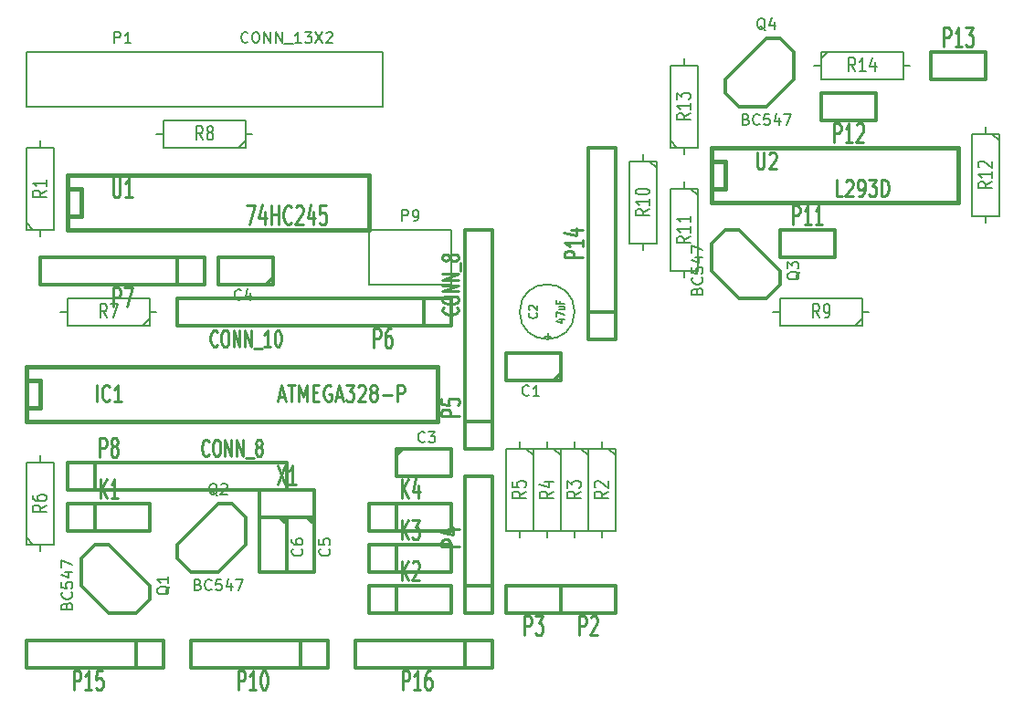
<source format=gto>
G04 (created by PCBNEW (2013-mar-13)-testing) date Sun 23 Feb 2014 05:57:38 AM GET*
%MOIN*%
G04 Gerber Fmt 3.4, Leading zero omitted, Abs format*
%FSLAX34Y34*%
G01*
G70*
G90*
G04 APERTURE LIST*
%ADD10C,0.005906*%
%ADD11C,0.012000*%
%ADD12C,0.005000*%
%ADD13C,0.015000*%
%ADD14C,0.008000*%
%ADD15C,0.007500*%
%ADD16C,0.011250*%
%ADD17C,0.010600*%
%ADD18C,0.010700*%
%ADD19C,0.010000*%
%ADD20C,0.006000*%
G04 APERTURE END LIST*
G54D10*
G54D11*
X54980Y-41500D02*
X53000Y-41500D01*
X53000Y-41500D02*
X53000Y-40500D01*
X53000Y-40500D02*
X55000Y-40500D01*
X55000Y-40500D02*
X55000Y-41500D01*
X55000Y-41250D02*
X54750Y-41500D01*
G54D12*
X55501Y-39000D02*
G75*
G03X55501Y-39000I-1001J0D01*
G74*
G01*
G54D11*
X49020Y-44000D02*
X51000Y-44000D01*
X51000Y-44000D02*
X51000Y-45000D01*
X51000Y-45000D02*
X49000Y-45000D01*
X49000Y-45000D02*
X49000Y-44000D01*
X49000Y-44250D02*
X49250Y-44000D01*
X44480Y-38000D02*
X42500Y-38000D01*
X42500Y-38000D02*
X42500Y-37000D01*
X42500Y-37000D02*
X44500Y-37000D01*
X44500Y-37000D02*
X44500Y-38000D01*
X44500Y-37750D02*
X44250Y-38000D01*
X46000Y-46520D02*
X46000Y-48500D01*
X46000Y-48500D02*
X45000Y-48500D01*
X45000Y-48500D02*
X45000Y-46500D01*
X45000Y-46500D02*
X46000Y-46500D01*
X45750Y-46500D02*
X46000Y-46750D01*
X45000Y-46520D02*
X45000Y-48500D01*
X45000Y-48500D02*
X44000Y-48500D01*
X44000Y-48500D02*
X44000Y-46500D01*
X44000Y-46500D02*
X45000Y-46500D01*
X44750Y-46500D02*
X45000Y-46750D01*
G54D13*
X35500Y-41000D02*
X50500Y-41000D01*
X50500Y-41000D02*
X50500Y-43000D01*
X50500Y-43000D02*
X35500Y-43000D01*
X35500Y-43000D02*
X35500Y-41000D01*
X35500Y-41500D02*
X36000Y-41500D01*
X36000Y-41500D02*
X36000Y-42500D01*
X36000Y-42500D02*
X35500Y-42500D01*
G54D11*
X37000Y-47000D02*
X37000Y-46000D01*
X37000Y-46000D02*
X40000Y-46000D01*
X40000Y-46000D02*
X40000Y-47000D01*
X40000Y-47000D02*
X37000Y-47000D01*
X38000Y-46000D02*
X38000Y-47000D01*
X48000Y-50000D02*
X48000Y-49000D01*
X48000Y-49000D02*
X51000Y-49000D01*
X51000Y-49000D02*
X51000Y-50000D01*
X51000Y-50000D02*
X48000Y-50000D01*
X49000Y-49000D02*
X49000Y-50000D01*
X48000Y-48500D02*
X48000Y-47500D01*
X48000Y-47500D02*
X51000Y-47500D01*
X51000Y-47500D02*
X51000Y-48500D01*
X51000Y-48500D02*
X48000Y-48500D01*
X49000Y-47500D02*
X49000Y-48500D01*
X48000Y-47000D02*
X48000Y-46000D01*
X48000Y-46000D02*
X51000Y-46000D01*
X51000Y-46000D02*
X51000Y-47000D01*
X51000Y-47000D02*
X48000Y-47000D01*
X49000Y-46000D02*
X49000Y-47000D01*
G54D14*
X35500Y-31500D02*
X48500Y-31500D01*
X48500Y-29500D02*
X35500Y-29500D01*
X35500Y-29500D02*
X35500Y-31500D01*
X48500Y-31500D02*
X48500Y-29500D01*
G54D11*
X57000Y-49000D02*
X57000Y-50000D01*
X57000Y-50000D02*
X55000Y-50000D01*
X55000Y-50000D02*
X55000Y-49000D01*
X55000Y-49000D02*
X57000Y-49000D01*
X55000Y-49000D02*
X55000Y-50000D01*
X55000Y-50000D02*
X53000Y-50000D01*
X53000Y-50000D02*
X53000Y-49000D01*
X53000Y-49000D02*
X55000Y-49000D01*
X52500Y-50000D02*
X51500Y-50000D01*
X51500Y-50000D02*
X51500Y-45000D01*
X51500Y-45000D02*
X52500Y-45000D01*
X52500Y-45000D02*
X52500Y-50000D01*
X52500Y-49000D02*
X51500Y-49000D01*
X51500Y-44000D02*
X51500Y-36000D01*
X51500Y-36000D02*
X52500Y-36000D01*
X52500Y-36000D02*
X52500Y-44000D01*
X52500Y-44000D02*
X51500Y-44000D01*
X52500Y-43000D02*
X51500Y-43000D01*
X51000Y-38500D02*
X51000Y-39500D01*
X51000Y-39500D02*
X41000Y-39500D01*
X41000Y-39500D02*
X41000Y-38500D01*
X41000Y-38500D02*
X51000Y-38500D01*
X50000Y-38500D02*
X50000Y-39500D01*
X42000Y-37000D02*
X42000Y-38000D01*
X42000Y-38000D02*
X36000Y-38000D01*
X36000Y-38000D02*
X36000Y-37000D01*
X36000Y-37000D02*
X42000Y-37000D01*
X41000Y-37000D02*
X41000Y-38000D01*
X37000Y-44500D02*
X45000Y-44500D01*
X45000Y-44500D02*
X45000Y-45500D01*
X45000Y-45500D02*
X37000Y-45500D01*
X37000Y-45500D02*
X37000Y-44500D01*
X38000Y-45500D02*
X38000Y-44500D01*
G54D14*
X51000Y-38000D02*
X48000Y-38000D01*
X48000Y-36000D02*
X51000Y-36000D01*
X51000Y-36000D02*
X51000Y-38000D01*
X48000Y-38000D02*
X48000Y-36000D01*
G54D11*
X46500Y-51000D02*
X46500Y-52000D01*
X46500Y-52000D02*
X41500Y-52000D01*
X41500Y-52000D02*
X41500Y-51000D01*
X41500Y-51000D02*
X46500Y-51000D01*
X45500Y-51000D02*
X45500Y-52000D01*
X63000Y-37000D02*
X63000Y-36000D01*
X63000Y-36000D02*
X65000Y-36000D01*
X65000Y-36000D02*
X65000Y-37000D01*
X65000Y-37000D02*
X63000Y-37000D01*
X66500Y-31000D02*
X66500Y-32000D01*
X66500Y-32000D02*
X64500Y-32000D01*
X64500Y-32000D02*
X64500Y-31000D01*
X64500Y-31000D02*
X66500Y-31000D01*
X68500Y-30500D02*
X68500Y-29500D01*
X68500Y-29500D02*
X70500Y-29500D01*
X70500Y-29500D02*
X70500Y-30500D01*
X70500Y-30500D02*
X68500Y-30500D01*
X56000Y-40000D02*
X56000Y-40000D01*
X56000Y-40000D02*
X56000Y-33000D01*
X56000Y-33000D02*
X57000Y-33000D01*
X57000Y-33000D02*
X57000Y-40000D01*
X57000Y-40000D02*
X56000Y-40000D01*
X57000Y-39000D02*
X57000Y-39000D01*
X57000Y-39000D02*
X56000Y-39000D01*
X40500Y-51000D02*
X40500Y-52000D01*
X40500Y-52000D02*
X35500Y-52000D01*
X35500Y-52000D02*
X35500Y-51000D01*
X35500Y-51000D02*
X40500Y-51000D01*
X39500Y-51000D02*
X39500Y-52000D01*
X52500Y-51000D02*
X52500Y-52000D01*
X52500Y-52000D02*
X47500Y-52000D01*
X47500Y-52000D02*
X47500Y-51000D01*
X47500Y-51000D02*
X52500Y-51000D01*
X51500Y-51000D02*
X51500Y-52000D01*
X40000Y-49000D02*
X38500Y-47500D01*
X38500Y-47500D02*
X38000Y-47500D01*
X38000Y-47500D02*
X37500Y-48000D01*
X37500Y-48000D02*
X37500Y-49000D01*
X37500Y-49000D02*
X38500Y-50000D01*
X38500Y-50000D02*
X39500Y-50000D01*
X39500Y-50000D02*
X40000Y-49500D01*
X40000Y-49500D02*
X40000Y-49000D01*
X42500Y-46000D02*
X41000Y-47500D01*
X41000Y-47500D02*
X41000Y-48000D01*
X41000Y-48000D02*
X41500Y-48500D01*
X41500Y-48500D02*
X42500Y-48500D01*
X42500Y-48500D02*
X43500Y-47500D01*
X43500Y-47500D02*
X43500Y-46500D01*
X43500Y-46500D02*
X43000Y-46000D01*
X43000Y-46000D02*
X42500Y-46000D01*
X63000Y-37500D02*
X61500Y-36000D01*
X61500Y-36000D02*
X61000Y-36000D01*
X61000Y-36000D02*
X60500Y-36500D01*
X60500Y-36500D02*
X60500Y-37500D01*
X60500Y-37500D02*
X61500Y-38500D01*
X61500Y-38500D02*
X62500Y-38500D01*
X62500Y-38500D02*
X63000Y-38000D01*
X63000Y-38000D02*
X63000Y-37500D01*
X62500Y-29000D02*
X61000Y-30500D01*
X61000Y-30500D02*
X61000Y-31000D01*
X61000Y-31000D02*
X61500Y-31500D01*
X61500Y-31500D02*
X62500Y-31500D01*
X62500Y-31500D02*
X63500Y-30500D01*
X63500Y-30500D02*
X63500Y-29500D01*
X63500Y-29500D02*
X63000Y-29000D01*
X63000Y-29000D02*
X62500Y-29000D01*
G54D12*
X35750Y-36000D02*
X36500Y-36000D01*
X36500Y-36000D02*
X36500Y-33000D01*
X36500Y-33000D02*
X35500Y-33000D01*
X35500Y-33000D02*
X35500Y-36000D01*
X35500Y-36000D02*
X35750Y-36000D01*
X36000Y-36250D02*
X36000Y-36000D01*
X36000Y-33000D02*
X36000Y-32750D01*
X35750Y-36000D02*
X35500Y-35750D01*
X56750Y-44000D02*
X56000Y-44000D01*
X56000Y-44000D02*
X56000Y-47000D01*
X56000Y-47000D02*
X57000Y-47000D01*
X57000Y-47000D02*
X57000Y-44000D01*
X57000Y-44000D02*
X56750Y-44000D01*
X56500Y-43750D02*
X56500Y-44000D01*
X56500Y-47000D02*
X56500Y-47250D01*
X56750Y-44000D02*
X57000Y-44250D01*
X55750Y-44000D02*
X55000Y-44000D01*
X55000Y-44000D02*
X55000Y-47000D01*
X55000Y-47000D02*
X56000Y-47000D01*
X56000Y-47000D02*
X56000Y-44000D01*
X56000Y-44000D02*
X55750Y-44000D01*
X55500Y-43750D02*
X55500Y-44000D01*
X55500Y-47000D02*
X55500Y-47250D01*
X55750Y-44000D02*
X56000Y-44250D01*
X54750Y-44000D02*
X54000Y-44000D01*
X54000Y-44000D02*
X54000Y-47000D01*
X54000Y-47000D02*
X55000Y-47000D01*
X55000Y-47000D02*
X55000Y-44000D01*
X55000Y-44000D02*
X54750Y-44000D01*
X54500Y-43750D02*
X54500Y-44000D01*
X54500Y-47000D02*
X54500Y-47250D01*
X54750Y-44000D02*
X55000Y-44250D01*
X53750Y-44000D02*
X53000Y-44000D01*
X53000Y-44000D02*
X53000Y-47000D01*
X53000Y-47000D02*
X54000Y-47000D01*
X54000Y-47000D02*
X54000Y-44000D01*
X54000Y-44000D02*
X53750Y-44000D01*
X53500Y-43750D02*
X53500Y-44000D01*
X53500Y-47000D02*
X53500Y-47250D01*
X53750Y-44000D02*
X54000Y-44250D01*
X35750Y-47500D02*
X36500Y-47500D01*
X36500Y-47500D02*
X36500Y-44500D01*
X36500Y-44500D02*
X35500Y-44500D01*
X35500Y-44500D02*
X35500Y-47500D01*
X35500Y-47500D02*
X35750Y-47500D01*
X36000Y-47750D02*
X36000Y-47500D01*
X36000Y-44500D02*
X36000Y-44250D01*
X35750Y-47500D02*
X35500Y-47250D01*
X40000Y-39250D02*
X40000Y-38500D01*
X40000Y-38500D02*
X37000Y-38500D01*
X37000Y-38500D02*
X37000Y-39500D01*
X37000Y-39500D02*
X40000Y-39500D01*
X40000Y-39500D02*
X40000Y-39250D01*
X40250Y-39000D02*
X40000Y-39000D01*
X37000Y-39000D02*
X36750Y-39000D01*
X40000Y-39250D02*
X39750Y-39500D01*
X43500Y-32750D02*
X43500Y-32000D01*
X43500Y-32000D02*
X40500Y-32000D01*
X40500Y-32000D02*
X40500Y-33000D01*
X40500Y-33000D02*
X43500Y-33000D01*
X43500Y-33000D02*
X43500Y-32750D01*
X43750Y-32500D02*
X43500Y-32500D01*
X40500Y-32500D02*
X40250Y-32500D01*
X43500Y-32750D02*
X43250Y-33000D01*
X66000Y-39250D02*
X66000Y-38500D01*
X66000Y-38500D02*
X63000Y-38500D01*
X63000Y-38500D02*
X63000Y-39500D01*
X63000Y-39500D02*
X66000Y-39500D01*
X66000Y-39500D02*
X66000Y-39250D01*
X66250Y-39000D02*
X66000Y-39000D01*
X63000Y-39000D02*
X62750Y-39000D01*
X66000Y-39250D02*
X65750Y-39500D01*
X58250Y-33500D02*
X57500Y-33500D01*
X57500Y-33500D02*
X57500Y-36500D01*
X57500Y-36500D02*
X58500Y-36500D01*
X58500Y-36500D02*
X58500Y-33500D01*
X58500Y-33500D02*
X58250Y-33500D01*
X58000Y-33250D02*
X58000Y-33500D01*
X58000Y-36500D02*
X58000Y-36750D01*
X58250Y-33500D02*
X58500Y-33750D01*
X59750Y-34500D02*
X59000Y-34500D01*
X59000Y-34500D02*
X59000Y-37500D01*
X59000Y-37500D02*
X60000Y-37500D01*
X60000Y-37500D02*
X60000Y-34500D01*
X60000Y-34500D02*
X59750Y-34500D01*
X59500Y-34250D02*
X59500Y-34500D01*
X59500Y-37500D02*
X59500Y-37750D01*
X59750Y-34500D02*
X60000Y-34750D01*
X70750Y-32500D02*
X70000Y-32500D01*
X70000Y-32500D02*
X70000Y-35500D01*
X70000Y-35500D02*
X71000Y-35500D01*
X71000Y-35500D02*
X71000Y-32500D01*
X71000Y-32500D02*
X70750Y-32500D01*
X70500Y-32250D02*
X70500Y-32500D01*
X70500Y-35500D02*
X70500Y-35750D01*
X70750Y-32500D02*
X71000Y-32750D01*
X59250Y-33000D02*
X60000Y-33000D01*
X60000Y-33000D02*
X60000Y-30000D01*
X60000Y-30000D02*
X59000Y-30000D01*
X59000Y-30000D02*
X59000Y-33000D01*
X59000Y-33000D02*
X59250Y-33000D01*
X59500Y-33250D02*
X59500Y-33000D01*
X59500Y-30000D02*
X59500Y-29750D01*
X59250Y-33000D02*
X59000Y-32750D01*
X64500Y-29750D02*
X64500Y-30500D01*
X64500Y-30500D02*
X67500Y-30500D01*
X67500Y-30500D02*
X67500Y-29500D01*
X67500Y-29500D02*
X64500Y-29500D01*
X64500Y-29500D02*
X64500Y-29750D01*
X64250Y-30000D02*
X64500Y-30000D01*
X67500Y-30000D02*
X67750Y-30000D01*
X64500Y-29750D02*
X64750Y-29500D01*
G54D13*
X37000Y-34500D02*
X37500Y-34500D01*
X37500Y-34500D02*
X37500Y-35500D01*
X37500Y-35500D02*
X37000Y-35500D01*
X37000Y-34000D02*
X48000Y-34000D01*
X48000Y-34000D02*
X48000Y-36000D01*
X48000Y-36000D02*
X37000Y-36000D01*
X37000Y-36000D02*
X37000Y-34000D01*
X60500Y-33500D02*
X60500Y-33500D01*
X60500Y-33500D02*
X61000Y-33500D01*
X61000Y-33500D02*
X61000Y-34500D01*
X61000Y-34500D02*
X60500Y-34500D01*
X60500Y-33000D02*
X69500Y-33000D01*
X69500Y-33000D02*
X69500Y-35000D01*
X69500Y-35000D02*
X60500Y-35000D01*
X60500Y-35000D02*
X60500Y-33000D01*
G54D11*
X44000Y-46500D02*
X44000Y-45500D01*
X44000Y-45500D02*
X46000Y-45500D01*
X46000Y-45500D02*
X46000Y-46500D01*
X46000Y-46500D02*
X44000Y-46500D01*
G54D14*
X53833Y-42042D02*
X53814Y-42061D01*
X53757Y-42080D01*
X53719Y-42080D01*
X53661Y-42061D01*
X53623Y-42023D01*
X53604Y-41985D01*
X53585Y-41909D01*
X53585Y-41852D01*
X53604Y-41776D01*
X53623Y-41738D01*
X53661Y-41700D01*
X53719Y-41680D01*
X53757Y-41680D01*
X53814Y-41700D01*
X53833Y-41719D01*
X54214Y-42080D02*
X53985Y-42080D01*
X54100Y-42080D02*
X54100Y-41680D01*
X54061Y-41738D01*
X54023Y-41776D01*
X53985Y-41795D01*
G54D12*
X54108Y-39050D02*
X54122Y-39064D01*
X54136Y-39107D01*
X54136Y-39135D01*
X54122Y-39178D01*
X54093Y-39207D01*
X54065Y-39221D01*
X54008Y-39235D01*
X53965Y-39235D01*
X53908Y-39221D01*
X53879Y-39207D01*
X53851Y-39178D01*
X53836Y-39135D01*
X53836Y-39107D01*
X53851Y-39064D01*
X53865Y-39050D01*
X53865Y-38935D02*
X53851Y-38921D01*
X53836Y-38892D01*
X53836Y-38821D01*
X53851Y-38792D01*
X53865Y-38778D01*
X53893Y-38764D01*
X53922Y-38764D01*
X53965Y-38778D01*
X54136Y-38950D01*
X54136Y-38764D01*
X54935Y-39291D02*
X55135Y-39291D01*
X54821Y-39351D02*
X55035Y-39410D01*
X55035Y-39255D01*
X54835Y-39184D02*
X54835Y-39017D01*
X55135Y-39125D01*
X54935Y-38815D02*
X55135Y-38815D01*
X54935Y-38922D02*
X55092Y-38922D01*
X55121Y-38910D01*
X55135Y-38886D01*
X55135Y-38851D01*
X55121Y-38827D01*
X55107Y-38815D01*
X54978Y-38613D02*
X54978Y-38696D01*
X55135Y-38696D02*
X54835Y-38696D01*
X54835Y-38577D01*
G54D15*
X54521Y-40014D02*
X54521Y-39785D01*
X54635Y-39900D02*
X54407Y-39900D01*
G54D14*
X50033Y-43742D02*
X50014Y-43761D01*
X49957Y-43780D01*
X49919Y-43780D01*
X49861Y-43761D01*
X49823Y-43723D01*
X49804Y-43685D01*
X49785Y-43609D01*
X49785Y-43552D01*
X49804Y-43476D01*
X49823Y-43438D01*
X49861Y-43400D01*
X49919Y-43380D01*
X49957Y-43380D01*
X50014Y-43400D01*
X50033Y-43419D01*
X50166Y-43380D02*
X50414Y-43380D01*
X50280Y-43533D01*
X50338Y-43533D01*
X50376Y-43552D01*
X50395Y-43571D01*
X50414Y-43609D01*
X50414Y-43704D01*
X50395Y-43742D01*
X50376Y-43761D01*
X50338Y-43780D01*
X50223Y-43780D01*
X50185Y-43761D01*
X50166Y-43742D01*
X43333Y-38542D02*
X43314Y-38561D01*
X43257Y-38580D01*
X43219Y-38580D01*
X43161Y-38561D01*
X43123Y-38523D01*
X43104Y-38485D01*
X43085Y-38409D01*
X43085Y-38352D01*
X43104Y-38276D01*
X43123Y-38238D01*
X43161Y-38200D01*
X43219Y-38180D01*
X43257Y-38180D01*
X43314Y-38200D01*
X43333Y-38219D01*
X43676Y-38314D02*
X43676Y-38580D01*
X43580Y-38161D02*
X43485Y-38447D01*
X43733Y-38447D01*
X46542Y-47666D02*
X46561Y-47685D01*
X46580Y-47742D01*
X46580Y-47780D01*
X46561Y-47838D01*
X46523Y-47876D01*
X46485Y-47895D01*
X46409Y-47914D01*
X46352Y-47914D01*
X46276Y-47895D01*
X46238Y-47876D01*
X46200Y-47838D01*
X46180Y-47780D01*
X46180Y-47742D01*
X46200Y-47685D01*
X46219Y-47666D01*
X46180Y-47304D02*
X46180Y-47495D01*
X46371Y-47514D01*
X46352Y-47495D01*
X46333Y-47457D01*
X46333Y-47361D01*
X46352Y-47323D01*
X46371Y-47304D01*
X46409Y-47285D01*
X46504Y-47285D01*
X46542Y-47304D01*
X46561Y-47323D01*
X46580Y-47361D01*
X46580Y-47457D01*
X46561Y-47495D01*
X46542Y-47514D01*
X45542Y-47666D02*
X45561Y-47685D01*
X45580Y-47742D01*
X45580Y-47780D01*
X45561Y-47838D01*
X45523Y-47876D01*
X45485Y-47895D01*
X45409Y-47914D01*
X45352Y-47914D01*
X45276Y-47895D01*
X45238Y-47876D01*
X45200Y-47838D01*
X45180Y-47780D01*
X45180Y-47742D01*
X45200Y-47685D01*
X45219Y-47666D01*
X45180Y-47323D02*
X45180Y-47399D01*
X45200Y-47438D01*
X45219Y-47457D01*
X45276Y-47495D01*
X45352Y-47514D01*
X45504Y-47514D01*
X45542Y-47495D01*
X45561Y-47476D01*
X45580Y-47438D01*
X45580Y-47361D01*
X45561Y-47323D01*
X45542Y-47304D01*
X45504Y-47285D01*
X45409Y-47285D01*
X45371Y-47304D01*
X45352Y-47323D01*
X45333Y-47361D01*
X45333Y-47438D01*
X45352Y-47476D01*
X45371Y-47495D01*
X45409Y-47514D01*
G54D16*
X38060Y-42271D02*
X38060Y-41671D01*
X38532Y-42214D02*
X38510Y-42242D01*
X38446Y-42271D01*
X38403Y-42271D01*
X38339Y-42242D01*
X38296Y-42185D01*
X38275Y-42128D01*
X38253Y-42014D01*
X38253Y-41928D01*
X38275Y-41814D01*
X38296Y-41757D01*
X38339Y-41700D01*
X38403Y-41671D01*
X38446Y-41671D01*
X38510Y-41700D01*
X38532Y-41728D01*
X38960Y-42271D02*
X38703Y-42271D01*
X38832Y-42271D02*
X38832Y-41671D01*
X38789Y-41757D01*
X38746Y-41814D01*
X38703Y-41842D01*
G54D11*
G54D16*
X44696Y-42100D02*
X44910Y-42100D01*
X44653Y-42271D02*
X44803Y-41671D01*
X44953Y-42271D01*
X45039Y-41671D02*
X45296Y-41671D01*
X45167Y-42271D02*
X45167Y-41671D01*
X45446Y-42271D02*
X45446Y-41671D01*
X45596Y-42100D01*
X45746Y-41671D01*
X45746Y-42271D01*
X45960Y-41957D02*
X46110Y-41957D01*
X46175Y-42271D02*
X45960Y-42271D01*
X45960Y-41671D01*
X46175Y-41671D01*
X46603Y-41700D02*
X46560Y-41671D01*
X46496Y-41671D01*
X46432Y-41700D01*
X46389Y-41757D01*
X46367Y-41814D01*
X46346Y-41928D01*
X46346Y-42014D01*
X46367Y-42128D01*
X46389Y-42185D01*
X46432Y-42242D01*
X46496Y-42271D01*
X46539Y-42271D01*
X46603Y-42242D01*
X46625Y-42214D01*
X46625Y-42014D01*
X46539Y-42014D01*
X46796Y-42100D02*
X47010Y-42100D01*
X46753Y-42271D02*
X46903Y-41671D01*
X47053Y-42271D01*
X47160Y-41671D02*
X47439Y-41671D01*
X47289Y-41900D01*
X47353Y-41900D01*
X47396Y-41928D01*
X47417Y-41957D01*
X47439Y-42014D01*
X47439Y-42157D01*
X47417Y-42214D01*
X47396Y-42242D01*
X47353Y-42271D01*
X47225Y-42271D01*
X47182Y-42242D01*
X47160Y-42214D01*
X47610Y-41728D02*
X47632Y-41700D01*
X47675Y-41671D01*
X47782Y-41671D01*
X47825Y-41700D01*
X47846Y-41728D01*
X47867Y-41785D01*
X47867Y-41842D01*
X47846Y-41928D01*
X47589Y-42271D01*
X47867Y-42271D01*
X48125Y-41928D02*
X48082Y-41900D01*
X48060Y-41871D01*
X48039Y-41814D01*
X48039Y-41785D01*
X48060Y-41728D01*
X48082Y-41700D01*
X48125Y-41671D01*
X48210Y-41671D01*
X48253Y-41700D01*
X48275Y-41728D01*
X48296Y-41785D01*
X48296Y-41814D01*
X48275Y-41871D01*
X48253Y-41900D01*
X48210Y-41928D01*
X48125Y-41928D01*
X48082Y-41957D01*
X48060Y-41985D01*
X48039Y-42042D01*
X48039Y-42157D01*
X48060Y-42214D01*
X48082Y-42242D01*
X48125Y-42271D01*
X48210Y-42271D01*
X48253Y-42242D01*
X48275Y-42214D01*
X48296Y-42157D01*
X48296Y-42042D01*
X48275Y-41985D01*
X48253Y-41957D01*
X48210Y-41928D01*
X48489Y-42042D02*
X48832Y-42042D01*
X49046Y-42271D02*
X49046Y-41671D01*
X49217Y-41671D01*
X49260Y-41700D01*
X49282Y-41728D01*
X49303Y-41785D01*
X49303Y-41871D01*
X49282Y-41928D01*
X49260Y-41957D01*
X49217Y-41985D01*
X49046Y-41985D01*
G54D11*
G54D17*
X38187Y-45818D02*
X38187Y-45113D01*
X38429Y-45818D02*
X38247Y-45416D01*
X38429Y-45113D02*
X38187Y-45516D01*
X38833Y-45818D02*
X38590Y-45818D01*
X38712Y-45818D02*
X38712Y-45113D01*
X38671Y-45214D01*
X38631Y-45281D01*
X38590Y-45315D01*
G54D11*
G54D17*
X49187Y-48818D02*
X49187Y-48113D01*
X49429Y-48818D02*
X49247Y-48416D01*
X49429Y-48113D02*
X49187Y-48516D01*
X49590Y-48181D02*
X49611Y-48147D01*
X49651Y-48113D01*
X49752Y-48113D01*
X49792Y-48147D01*
X49812Y-48181D01*
X49833Y-48248D01*
X49833Y-48315D01*
X49812Y-48416D01*
X49570Y-48818D01*
X49833Y-48818D01*
G54D11*
G54D17*
X49187Y-47318D02*
X49187Y-46613D01*
X49429Y-47318D02*
X49247Y-46916D01*
X49429Y-46613D02*
X49187Y-47016D01*
X49570Y-46613D02*
X49833Y-46613D01*
X49691Y-46882D01*
X49752Y-46882D01*
X49792Y-46916D01*
X49812Y-46949D01*
X49833Y-47016D01*
X49833Y-47184D01*
X49812Y-47251D01*
X49792Y-47285D01*
X49752Y-47318D01*
X49631Y-47318D01*
X49590Y-47285D01*
X49570Y-47251D01*
G54D11*
G54D17*
X49187Y-45818D02*
X49187Y-45113D01*
X49429Y-45818D02*
X49247Y-45416D01*
X49429Y-45113D02*
X49187Y-45516D01*
X49792Y-45348D02*
X49792Y-45818D01*
X49691Y-45080D02*
X49590Y-45583D01*
X49853Y-45583D01*
G54D11*
G54D14*
X38704Y-29180D02*
X38704Y-28780D01*
X38857Y-28780D01*
X38895Y-28800D01*
X38914Y-28819D01*
X38933Y-28857D01*
X38933Y-28914D01*
X38914Y-28952D01*
X38895Y-28971D01*
X38857Y-28990D01*
X38704Y-28990D01*
X39314Y-29180D02*
X39085Y-29180D01*
X39200Y-29180D02*
X39200Y-28780D01*
X39161Y-28838D01*
X39123Y-28876D01*
X39085Y-28895D01*
X43580Y-29142D02*
X43561Y-29161D01*
X43504Y-29180D01*
X43466Y-29180D01*
X43409Y-29161D01*
X43371Y-29123D01*
X43352Y-29085D01*
X43333Y-29009D01*
X43333Y-28952D01*
X43352Y-28876D01*
X43371Y-28838D01*
X43409Y-28800D01*
X43466Y-28780D01*
X43504Y-28780D01*
X43561Y-28800D01*
X43580Y-28819D01*
X43828Y-28780D02*
X43904Y-28780D01*
X43942Y-28800D01*
X43980Y-28838D01*
X44000Y-28914D01*
X44000Y-29047D01*
X43980Y-29123D01*
X43942Y-29161D01*
X43904Y-29180D01*
X43828Y-29180D01*
X43790Y-29161D01*
X43752Y-29123D01*
X43733Y-29047D01*
X43733Y-28914D01*
X43752Y-28838D01*
X43790Y-28800D01*
X43828Y-28780D01*
X44171Y-29180D02*
X44171Y-28780D01*
X44400Y-29180D01*
X44400Y-28780D01*
X44590Y-29180D02*
X44590Y-28780D01*
X44819Y-29180D01*
X44819Y-28780D01*
X44914Y-29219D02*
X45219Y-29219D01*
X45523Y-29180D02*
X45295Y-29180D01*
X45409Y-29180D02*
X45409Y-28780D01*
X45371Y-28838D01*
X45333Y-28876D01*
X45295Y-28895D01*
X45657Y-28780D02*
X45904Y-28780D01*
X45771Y-28933D01*
X45828Y-28933D01*
X45866Y-28952D01*
X45885Y-28971D01*
X45904Y-29009D01*
X45904Y-29104D01*
X45885Y-29142D01*
X45866Y-29161D01*
X45828Y-29180D01*
X45714Y-29180D01*
X45676Y-29161D01*
X45657Y-29142D01*
X46038Y-28780D02*
X46304Y-29180D01*
X46304Y-28780D02*
X46038Y-29180D01*
X46438Y-28819D02*
X46457Y-28800D01*
X46495Y-28780D01*
X46590Y-28780D01*
X46628Y-28800D01*
X46647Y-28819D01*
X46666Y-28857D01*
X46666Y-28895D01*
X46647Y-28952D01*
X46419Y-29180D01*
X46666Y-29180D01*
G54D18*
X55684Y-50808D02*
X55684Y-50127D01*
X55847Y-50127D01*
X55887Y-50159D01*
X55908Y-50191D01*
X55928Y-50256D01*
X55928Y-50354D01*
X55908Y-50418D01*
X55887Y-50451D01*
X55847Y-50483D01*
X55684Y-50483D01*
X56091Y-50191D02*
X56112Y-50159D01*
X56152Y-50127D01*
X56254Y-50127D01*
X56295Y-50159D01*
X56315Y-50191D01*
X56336Y-50256D01*
X56336Y-50321D01*
X56315Y-50418D01*
X56071Y-50808D01*
X56336Y-50808D01*
G54D11*
G54D18*
X53684Y-50808D02*
X53684Y-50127D01*
X53847Y-50127D01*
X53887Y-50159D01*
X53908Y-50191D01*
X53928Y-50256D01*
X53928Y-50354D01*
X53908Y-50418D01*
X53887Y-50451D01*
X53847Y-50483D01*
X53684Y-50483D01*
X54071Y-50127D02*
X54336Y-50127D01*
X54193Y-50386D01*
X54254Y-50386D01*
X54295Y-50418D01*
X54315Y-50451D01*
X54336Y-50516D01*
X54336Y-50678D01*
X54315Y-50743D01*
X54295Y-50775D01*
X54254Y-50808D01*
X54132Y-50808D01*
X54091Y-50775D01*
X54071Y-50743D01*
G54D11*
G54D18*
X51308Y-47565D02*
X50627Y-47565D01*
X50627Y-47402D01*
X50659Y-47362D01*
X50691Y-47341D01*
X50756Y-47321D01*
X50854Y-47321D01*
X50918Y-47341D01*
X50951Y-47362D01*
X50983Y-47402D01*
X50983Y-47565D01*
X50854Y-46954D02*
X51308Y-46954D01*
X50594Y-47056D02*
X51081Y-47158D01*
X51081Y-46893D01*
G54D11*
G54D18*
X51308Y-42815D02*
X50627Y-42815D01*
X50627Y-42652D01*
X50659Y-42612D01*
X50691Y-42591D01*
X50756Y-42571D01*
X50854Y-42571D01*
X50918Y-42591D01*
X50951Y-42612D01*
X50983Y-42652D01*
X50983Y-42815D01*
X50627Y-42184D02*
X50627Y-42387D01*
X50951Y-42408D01*
X50918Y-42387D01*
X50886Y-42347D01*
X50886Y-42245D01*
X50918Y-42204D01*
X50951Y-42184D01*
X51016Y-42163D01*
X51178Y-42163D01*
X51243Y-42184D01*
X51275Y-42204D01*
X51308Y-42245D01*
X51308Y-42347D01*
X51275Y-42387D01*
X51243Y-42408D01*
G54D11*
G54D19*
X51214Y-38847D02*
X51242Y-38866D01*
X51271Y-38923D01*
X51271Y-38961D01*
X51242Y-39019D01*
X51185Y-39057D01*
X51128Y-39076D01*
X51014Y-39095D01*
X50928Y-39095D01*
X50814Y-39076D01*
X50757Y-39057D01*
X50700Y-39019D01*
X50671Y-38961D01*
X50671Y-38923D01*
X50700Y-38866D01*
X50728Y-38847D01*
X50671Y-38599D02*
X50671Y-38523D01*
X50700Y-38485D01*
X50757Y-38447D01*
X50871Y-38428D01*
X51071Y-38428D01*
X51185Y-38447D01*
X51242Y-38485D01*
X51271Y-38523D01*
X51271Y-38599D01*
X51242Y-38638D01*
X51185Y-38676D01*
X51071Y-38695D01*
X50871Y-38695D01*
X50757Y-38676D01*
X50700Y-38638D01*
X50671Y-38599D01*
X51271Y-38257D02*
X50671Y-38257D01*
X51271Y-38028D01*
X50671Y-38028D01*
X51271Y-37838D02*
X50671Y-37838D01*
X51271Y-37609D01*
X50671Y-37609D01*
X51328Y-37514D02*
X51328Y-37209D01*
X50928Y-37057D02*
X50900Y-37095D01*
X50871Y-37114D01*
X50814Y-37133D01*
X50785Y-37133D01*
X50728Y-37114D01*
X50700Y-37095D01*
X50671Y-37057D01*
X50671Y-36980D01*
X50700Y-36942D01*
X50728Y-36923D01*
X50785Y-36904D01*
X50814Y-36904D01*
X50871Y-36923D01*
X50900Y-36942D01*
X50928Y-36980D01*
X50928Y-37057D01*
X50957Y-37095D01*
X50985Y-37114D01*
X51042Y-37133D01*
X51157Y-37133D01*
X51214Y-37114D01*
X51242Y-37095D01*
X51271Y-37057D01*
X51271Y-36980D01*
X51242Y-36942D01*
X51214Y-36923D01*
X51157Y-36904D01*
X51042Y-36904D01*
X50985Y-36923D01*
X50957Y-36942D01*
X50928Y-36980D01*
G54D11*
G54D18*
X48184Y-40308D02*
X48184Y-39627D01*
X48347Y-39627D01*
X48387Y-39659D01*
X48408Y-39691D01*
X48428Y-39756D01*
X48428Y-39854D01*
X48408Y-39918D01*
X48387Y-39951D01*
X48347Y-39983D01*
X48184Y-39983D01*
X48795Y-39627D02*
X48714Y-39627D01*
X48673Y-39659D01*
X48652Y-39691D01*
X48612Y-39789D01*
X48591Y-39918D01*
X48591Y-40178D01*
X48612Y-40243D01*
X48632Y-40275D01*
X48673Y-40308D01*
X48754Y-40308D01*
X48795Y-40275D01*
X48815Y-40243D01*
X48836Y-40178D01*
X48836Y-40016D01*
X48815Y-39951D01*
X48795Y-39918D01*
X48754Y-39886D01*
X48673Y-39886D01*
X48632Y-39918D01*
X48612Y-39951D01*
X48591Y-40016D01*
G54D11*
G54D19*
X42461Y-40214D02*
X42442Y-40242D01*
X42385Y-40271D01*
X42347Y-40271D01*
X42290Y-40242D01*
X42252Y-40185D01*
X42233Y-40128D01*
X42214Y-40014D01*
X42214Y-39928D01*
X42233Y-39814D01*
X42252Y-39757D01*
X42290Y-39700D01*
X42347Y-39671D01*
X42385Y-39671D01*
X42442Y-39700D01*
X42461Y-39728D01*
X42709Y-39671D02*
X42785Y-39671D01*
X42823Y-39700D01*
X42861Y-39757D01*
X42880Y-39871D01*
X42880Y-40071D01*
X42861Y-40185D01*
X42823Y-40242D01*
X42785Y-40271D01*
X42709Y-40271D01*
X42671Y-40242D01*
X42633Y-40185D01*
X42614Y-40071D01*
X42614Y-39871D01*
X42633Y-39757D01*
X42671Y-39700D01*
X42709Y-39671D01*
X43052Y-40271D02*
X43052Y-39671D01*
X43280Y-40271D01*
X43280Y-39671D01*
X43471Y-40271D02*
X43471Y-39671D01*
X43700Y-40271D01*
X43700Y-39671D01*
X43795Y-40328D02*
X44100Y-40328D01*
X44404Y-40271D02*
X44176Y-40271D01*
X44290Y-40271D02*
X44290Y-39671D01*
X44252Y-39757D01*
X44214Y-39814D01*
X44176Y-39842D01*
X44652Y-39671D02*
X44690Y-39671D01*
X44728Y-39700D01*
X44747Y-39728D01*
X44766Y-39785D01*
X44785Y-39900D01*
X44785Y-40042D01*
X44766Y-40157D01*
X44747Y-40214D01*
X44728Y-40242D01*
X44690Y-40271D01*
X44652Y-40271D01*
X44614Y-40242D01*
X44595Y-40214D01*
X44576Y-40157D01*
X44557Y-40042D01*
X44557Y-39900D01*
X44576Y-39785D01*
X44595Y-39728D01*
X44614Y-39700D01*
X44652Y-39671D01*
G54D11*
G54D18*
X38684Y-38808D02*
X38684Y-38127D01*
X38847Y-38127D01*
X38887Y-38159D01*
X38908Y-38191D01*
X38928Y-38256D01*
X38928Y-38354D01*
X38908Y-38418D01*
X38887Y-38451D01*
X38847Y-38483D01*
X38684Y-38483D01*
X39071Y-38127D02*
X39356Y-38127D01*
X39173Y-38808D01*
G54D11*
G54D18*
X38184Y-44308D02*
X38184Y-43627D01*
X38347Y-43627D01*
X38387Y-43659D01*
X38408Y-43691D01*
X38428Y-43756D01*
X38428Y-43854D01*
X38408Y-43918D01*
X38387Y-43951D01*
X38347Y-43983D01*
X38184Y-43983D01*
X38673Y-43918D02*
X38632Y-43886D01*
X38612Y-43854D01*
X38591Y-43789D01*
X38591Y-43756D01*
X38612Y-43691D01*
X38632Y-43659D01*
X38673Y-43627D01*
X38754Y-43627D01*
X38795Y-43659D01*
X38815Y-43691D01*
X38836Y-43756D01*
X38836Y-43789D01*
X38815Y-43854D01*
X38795Y-43886D01*
X38754Y-43918D01*
X38673Y-43918D01*
X38632Y-43951D01*
X38612Y-43983D01*
X38591Y-44048D01*
X38591Y-44178D01*
X38612Y-44243D01*
X38632Y-44275D01*
X38673Y-44308D01*
X38754Y-44308D01*
X38795Y-44275D01*
X38815Y-44243D01*
X38836Y-44178D01*
X38836Y-44048D01*
X38815Y-43983D01*
X38795Y-43951D01*
X38754Y-43918D01*
G54D11*
G54D19*
X42152Y-44214D02*
X42133Y-44242D01*
X42076Y-44271D01*
X42038Y-44271D01*
X41980Y-44242D01*
X41942Y-44185D01*
X41923Y-44128D01*
X41904Y-44014D01*
X41904Y-43928D01*
X41923Y-43814D01*
X41942Y-43757D01*
X41980Y-43700D01*
X42038Y-43671D01*
X42076Y-43671D01*
X42133Y-43700D01*
X42152Y-43728D01*
X42400Y-43671D02*
X42476Y-43671D01*
X42514Y-43700D01*
X42552Y-43757D01*
X42571Y-43871D01*
X42571Y-44071D01*
X42552Y-44185D01*
X42514Y-44242D01*
X42476Y-44271D01*
X42400Y-44271D01*
X42361Y-44242D01*
X42323Y-44185D01*
X42304Y-44071D01*
X42304Y-43871D01*
X42323Y-43757D01*
X42361Y-43700D01*
X42400Y-43671D01*
X42742Y-44271D02*
X42742Y-43671D01*
X42971Y-44271D01*
X42971Y-43671D01*
X43161Y-44271D02*
X43161Y-43671D01*
X43390Y-44271D01*
X43390Y-43671D01*
X43485Y-44328D02*
X43790Y-44328D01*
X43942Y-43928D02*
X43904Y-43900D01*
X43885Y-43871D01*
X43866Y-43814D01*
X43866Y-43785D01*
X43885Y-43728D01*
X43904Y-43700D01*
X43942Y-43671D01*
X44019Y-43671D01*
X44057Y-43700D01*
X44076Y-43728D01*
X44095Y-43785D01*
X44095Y-43814D01*
X44076Y-43871D01*
X44057Y-43900D01*
X44019Y-43928D01*
X43942Y-43928D01*
X43904Y-43957D01*
X43885Y-43985D01*
X43866Y-44042D01*
X43866Y-44157D01*
X43885Y-44214D01*
X43904Y-44242D01*
X43942Y-44271D01*
X44019Y-44271D01*
X44057Y-44242D01*
X44076Y-44214D01*
X44095Y-44157D01*
X44095Y-44042D01*
X44076Y-43985D01*
X44057Y-43957D01*
X44019Y-43928D01*
G54D11*
G54D14*
X49204Y-35680D02*
X49204Y-35280D01*
X49357Y-35280D01*
X49395Y-35300D01*
X49414Y-35319D01*
X49433Y-35357D01*
X49433Y-35414D01*
X49414Y-35452D01*
X49395Y-35471D01*
X49357Y-35490D01*
X49204Y-35490D01*
X49623Y-35680D02*
X49700Y-35680D01*
X49738Y-35661D01*
X49757Y-35642D01*
X49795Y-35585D01*
X49814Y-35509D01*
X49814Y-35357D01*
X49795Y-35319D01*
X49776Y-35300D01*
X49738Y-35280D01*
X49661Y-35280D01*
X49623Y-35300D01*
X49604Y-35319D01*
X49585Y-35357D01*
X49585Y-35452D01*
X49604Y-35490D01*
X49623Y-35509D01*
X49661Y-35528D01*
X49738Y-35528D01*
X49776Y-35509D01*
X49795Y-35490D01*
X49814Y-35452D01*
G54D18*
X43230Y-52808D02*
X43230Y-52127D01*
X43393Y-52127D01*
X43434Y-52159D01*
X43454Y-52191D01*
X43474Y-52256D01*
X43474Y-52354D01*
X43454Y-52418D01*
X43434Y-52451D01*
X43393Y-52483D01*
X43230Y-52483D01*
X43882Y-52808D02*
X43637Y-52808D01*
X43760Y-52808D02*
X43760Y-52127D01*
X43719Y-52224D01*
X43678Y-52289D01*
X43637Y-52321D01*
X44147Y-52127D02*
X44188Y-52127D01*
X44228Y-52159D01*
X44249Y-52191D01*
X44269Y-52256D01*
X44290Y-52386D01*
X44290Y-52548D01*
X44269Y-52678D01*
X44249Y-52743D01*
X44228Y-52775D01*
X44188Y-52808D01*
X44147Y-52808D01*
X44106Y-52775D01*
X44086Y-52743D01*
X44065Y-52678D01*
X44045Y-52548D01*
X44045Y-52386D01*
X44065Y-52256D01*
X44086Y-52191D01*
X44106Y-52159D01*
X44147Y-52127D01*
G54D11*
G54D18*
X63480Y-35808D02*
X63480Y-35127D01*
X63643Y-35127D01*
X63684Y-35159D01*
X63704Y-35191D01*
X63724Y-35256D01*
X63724Y-35354D01*
X63704Y-35418D01*
X63684Y-35451D01*
X63643Y-35483D01*
X63480Y-35483D01*
X64132Y-35808D02*
X63887Y-35808D01*
X64010Y-35808D02*
X64010Y-35127D01*
X63969Y-35224D01*
X63928Y-35289D01*
X63887Y-35321D01*
X64540Y-35808D02*
X64295Y-35808D01*
X64417Y-35808D02*
X64417Y-35127D01*
X64377Y-35224D01*
X64336Y-35289D01*
X64295Y-35321D01*
G54D11*
G54D18*
X64980Y-32808D02*
X64980Y-32127D01*
X65143Y-32127D01*
X65184Y-32159D01*
X65204Y-32191D01*
X65224Y-32256D01*
X65224Y-32354D01*
X65204Y-32418D01*
X65184Y-32451D01*
X65143Y-32483D01*
X64980Y-32483D01*
X65632Y-32808D02*
X65387Y-32808D01*
X65510Y-32808D02*
X65510Y-32127D01*
X65469Y-32224D01*
X65428Y-32289D01*
X65387Y-32321D01*
X65795Y-32191D02*
X65815Y-32159D01*
X65856Y-32127D01*
X65958Y-32127D01*
X65999Y-32159D01*
X66019Y-32191D01*
X66040Y-32256D01*
X66040Y-32321D01*
X66019Y-32418D01*
X65775Y-32808D01*
X66040Y-32808D01*
G54D11*
G54D18*
X68980Y-29308D02*
X68980Y-28627D01*
X69143Y-28627D01*
X69184Y-28659D01*
X69204Y-28691D01*
X69224Y-28756D01*
X69224Y-28854D01*
X69204Y-28918D01*
X69184Y-28951D01*
X69143Y-28983D01*
X68980Y-28983D01*
X69632Y-29308D02*
X69387Y-29308D01*
X69510Y-29308D02*
X69510Y-28627D01*
X69469Y-28724D01*
X69428Y-28789D01*
X69387Y-28821D01*
X69775Y-28627D02*
X70040Y-28627D01*
X69897Y-28886D01*
X69958Y-28886D01*
X69999Y-28918D01*
X70019Y-28951D01*
X70040Y-29016D01*
X70040Y-29178D01*
X70019Y-29243D01*
X69999Y-29275D01*
X69958Y-29308D01*
X69836Y-29308D01*
X69795Y-29275D01*
X69775Y-29243D01*
G54D11*
G54D18*
X55808Y-37019D02*
X55127Y-37019D01*
X55127Y-36856D01*
X55159Y-36815D01*
X55191Y-36795D01*
X55256Y-36775D01*
X55354Y-36775D01*
X55418Y-36795D01*
X55451Y-36815D01*
X55483Y-36856D01*
X55483Y-37019D01*
X55808Y-36367D02*
X55808Y-36612D01*
X55808Y-36489D02*
X55127Y-36489D01*
X55224Y-36530D01*
X55289Y-36571D01*
X55321Y-36612D01*
X55354Y-36000D02*
X55808Y-36000D01*
X55094Y-36102D02*
X55581Y-36204D01*
X55581Y-35939D01*
G54D11*
G54D18*
X37230Y-52808D02*
X37230Y-52127D01*
X37393Y-52127D01*
X37434Y-52159D01*
X37454Y-52191D01*
X37474Y-52256D01*
X37474Y-52354D01*
X37454Y-52418D01*
X37434Y-52451D01*
X37393Y-52483D01*
X37230Y-52483D01*
X37882Y-52808D02*
X37637Y-52808D01*
X37760Y-52808D02*
X37760Y-52127D01*
X37719Y-52224D01*
X37678Y-52289D01*
X37637Y-52321D01*
X38269Y-52127D02*
X38065Y-52127D01*
X38045Y-52451D01*
X38065Y-52418D01*
X38106Y-52386D01*
X38208Y-52386D01*
X38249Y-52418D01*
X38269Y-52451D01*
X38290Y-52516D01*
X38290Y-52678D01*
X38269Y-52743D01*
X38249Y-52775D01*
X38208Y-52808D01*
X38106Y-52808D01*
X38065Y-52775D01*
X38045Y-52743D01*
G54D11*
G54D18*
X49230Y-52808D02*
X49230Y-52127D01*
X49393Y-52127D01*
X49434Y-52159D01*
X49454Y-52191D01*
X49474Y-52256D01*
X49474Y-52354D01*
X49454Y-52418D01*
X49434Y-52451D01*
X49393Y-52483D01*
X49230Y-52483D01*
X49882Y-52808D02*
X49637Y-52808D01*
X49760Y-52808D02*
X49760Y-52127D01*
X49719Y-52224D01*
X49678Y-52289D01*
X49637Y-52321D01*
X50249Y-52127D02*
X50167Y-52127D01*
X50127Y-52159D01*
X50106Y-52191D01*
X50065Y-52289D01*
X50045Y-52418D01*
X50045Y-52678D01*
X50065Y-52743D01*
X50086Y-52775D01*
X50127Y-52808D01*
X50208Y-52808D01*
X50249Y-52775D01*
X50269Y-52743D01*
X50290Y-52678D01*
X50290Y-52516D01*
X50269Y-52451D01*
X50249Y-52418D01*
X50208Y-52386D01*
X50127Y-52386D01*
X50086Y-52418D01*
X50065Y-52451D01*
X50045Y-52516D01*
G54D11*
G54D14*
X40719Y-49038D02*
X40700Y-49076D01*
X40661Y-49114D01*
X40604Y-49171D01*
X40585Y-49209D01*
X40585Y-49247D01*
X40680Y-49228D02*
X40661Y-49266D01*
X40623Y-49304D01*
X40547Y-49323D01*
X40414Y-49323D01*
X40338Y-49304D01*
X40300Y-49266D01*
X40280Y-49228D01*
X40280Y-49152D01*
X40300Y-49114D01*
X40338Y-49076D01*
X40414Y-49057D01*
X40547Y-49057D01*
X40623Y-49076D01*
X40661Y-49114D01*
X40680Y-49152D01*
X40680Y-49228D01*
X40680Y-48676D02*
X40680Y-48904D01*
X40680Y-48790D02*
X40280Y-48790D01*
X40338Y-48828D01*
X40376Y-48866D01*
X40395Y-48904D01*
X36971Y-49742D02*
X36990Y-49685D01*
X37009Y-49666D01*
X37047Y-49647D01*
X37104Y-49647D01*
X37142Y-49666D01*
X37161Y-49685D01*
X37180Y-49723D01*
X37180Y-49876D01*
X36780Y-49876D01*
X36780Y-49742D01*
X36800Y-49704D01*
X36819Y-49685D01*
X36857Y-49666D01*
X36895Y-49666D01*
X36933Y-49685D01*
X36952Y-49704D01*
X36971Y-49742D01*
X36971Y-49876D01*
X37142Y-49247D02*
X37161Y-49266D01*
X37180Y-49323D01*
X37180Y-49361D01*
X37161Y-49419D01*
X37123Y-49457D01*
X37085Y-49476D01*
X37009Y-49495D01*
X36952Y-49495D01*
X36876Y-49476D01*
X36838Y-49457D01*
X36800Y-49419D01*
X36780Y-49361D01*
X36780Y-49323D01*
X36800Y-49266D01*
X36819Y-49247D01*
X36780Y-48885D02*
X36780Y-49076D01*
X36971Y-49095D01*
X36952Y-49076D01*
X36933Y-49038D01*
X36933Y-48942D01*
X36952Y-48904D01*
X36971Y-48885D01*
X37009Y-48866D01*
X37104Y-48866D01*
X37142Y-48885D01*
X37161Y-48904D01*
X37180Y-48942D01*
X37180Y-49038D01*
X37161Y-49076D01*
X37142Y-49095D01*
X36914Y-48523D02*
X37180Y-48523D01*
X36761Y-48619D02*
X37047Y-48714D01*
X37047Y-48466D01*
X36780Y-48352D02*
X36780Y-48085D01*
X37180Y-48257D01*
X42461Y-45719D02*
X42423Y-45700D01*
X42385Y-45661D01*
X42328Y-45604D01*
X42290Y-45585D01*
X42252Y-45585D01*
X42271Y-45680D02*
X42233Y-45661D01*
X42195Y-45623D01*
X42176Y-45547D01*
X42176Y-45414D01*
X42195Y-45338D01*
X42233Y-45300D01*
X42271Y-45280D01*
X42347Y-45280D01*
X42385Y-45300D01*
X42423Y-45338D01*
X42442Y-45414D01*
X42442Y-45547D01*
X42423Y-45623D01*
X42385Y-45661D01*
X42347Y-45680D01*
X42271Y-45680D01*
X42595Y-45319D02*
X42614Y-45300D01*
X42652Y-45280D01*
X42747Y-45280D01*
X42785Y-45300D01*
X42804Y-45319D01*
X42823Y-45357D01*
X42823Y-45395D01*
X42804Y-45452D01*
X42576Y-45680D01*
X42823Y-45680D01*
X41757Y-48971D02*
X41814Y-48990D01*
X41833Y-49009D01*
X41852Y-49047D01*
X41852Y-49104D01*
X41833Y-49142D01*
X41814Y-49161D01*
X41776Y-49180D01*
X41623Y-49180D01*
X41623Y-48780D01*
X41757Y-48780D01*
X41795Y-48800D01*
X41814Y-48819D01*
X41833Y-48857D01*
X41833Y-48895D01*
X41814Y-48933D01*
X41795Y-48952D01*
X41757Y-48971D01*
X41623Y-48971D01*
X42252Y-49142D02*
X42233Y-49161D01*
X42176Y-49180D01*
X42138Y-49180D01*
X42080Y-49161D01*
X42042Y-49123D01*
X42023Y-49085D01*
X42004Y-49009D01*
X42004Y-48952D01*
X42023Y-48876D01*
X42042Y-48838D01*
X42080Y-48800D01*
X42138Y-48780D01*
X42176Y-48780D01*
X42233Y-48800D01*
X42252Y-48819D01*
X42614Y-48780D02*
X42423Y-48780D01*
X42404Y-48971D01*
X42423Y-48952D01*
X42461Y-48933D01*
X42557Y-48933D01*
X42595Y-48952D01*
X42614Y-48971D01*
X42633Y-49009D01*
X42633Y-49104D01*
X42614Y-49142D01*
X42595Y-49161D01*
X42557Y-49180D01*
X42461Y-49180D01*
X42423Y-49161D01*
X42404Y-49142D01*
X42976Y-48914D02*
X42976Y-49180D01*
X42880Y-48761D02*
X42785Y-49047D01*
X43033Y-49047D01*
X43147Y-48780D02*
X43414Y-48780D01*
X43242Y-49180D01*
X63719Y-37538D02*
X63700Y-37576D01*
X63661Y-37614D01*
X63604Y-37671D01*
X63585Y-37709D01*
X63585Y-37747D01*
X63680Y-37728D02*
X63661Y-37766D01*
X63623Y-37804D01*
X63547Y-37823D01*
X63414Y-37823D01*
X63338Y-37804D01*
X63300Y-37766D01*
X63280Y-37728D01*
X63280Y-37652D01*
X63300Y-37614D01*
X63338Y-37576D01*
X63414Y-37557D01*
X63547Y-37557D01*
X63623Y-37576D01*
X63661Y-37614D01*
X63680Y-37652D01*
X63680Y-37728D01*
X63280Y-37423D02*
X63280Y-37176D01*
X63433Y-37309D01*
X63433Y-37252D01*
X63452Y-37214D01*
X63471Y-37195D01*
X63509Y-37176D01*
X63604Y-37176D01*
X63642Y-37195D01*
X63661Y-37214D01*
X63680Y-37252D01*
X63680Y-37366D01*
X63661Y-37404D01*
X63642Y-37423D01*
X59971Y-38242D02*
X59990Y-38185D01*
X60009Y-38166D01*
X60047Y-38147D01*
X60104Y-38147D01*
X60142Y-38166D01*
X60161Y-38185D01*
X60180Y-38223D01*
X60180Y-38376D01*
X59780Y-38376D01*
X59780Y-38242D01*
X59800Y-38204D01*
X59819Y-38185D01*
X59857Y-38166D01*
X59895Y-38166D01*
X59933Y-38185D01*
X59952Y-38204D01*
X59971Y-38242D01*
X59971Y-38376D01*
X60142Y-37747D02*
X60161Y-37766D01*
X60180Y-37823D01*
X60180Y-37861D01*
X60161Y-37919D01*
X60123Y-37957D01*
X60085Y-37976D01*
X60009Y-37995D01*
X59952Y-37995D01*
X59876Y-37976D01*
X59838Y-37957D01*
X59800Y-37919D01*
X59780Y-37861D01*
X59780Y-37823D01*
X59800Y-37766D01*
X59819Y-37747D01*
X59780Y-37385D02*
X59780Y-37576D01*
X59971Y-37595D01*
X59952Y-37576D01*
X59933Y-37538D01*
X59933Y-37442D01*
X59952Y-37404D01*
X59971Y-37385D01*
X60009Y-37366D01*
X60104Y-37366D01*
X60142Y-37385D01*
X60161Y-37404D01*
X60180Y-37442D01*
X60180Y-37538D01*
X60161Y-37576D01*
X60142Y-37595D01*
X59914Y-37023D02*
X60180Y-37023D01*
X59761Y-37119D02*
X60047Y-37214D01*
X60047Y-36966D01*
X59780Y-36852D02*
X59780Y-36585D01*
X60180Y-36757D01*
X62461Y-28719D02*
X62423Y-28700D01*
X62385Y-28661D01*
X62328Y-28604D01*
X62290Y-28585D01*
X62252Y-28585D01*
X62271Y-28680D02*
X62233Y-28661D01*
X62195Y-28623D01*
X62176Y-28547D01*
X62176Y-28414D01*
X62195Y-28338D01*
X62233Y-28300D01*
X62271Y-28280D01*
X62347Y-28280D01*
X62385Y-28300D01*
X62423Y-28338D01*
X62442Y-28414D01*
X62442Y-28547D01*
X62423Y-28623D01*
X62385Y-28661D01*
X62347Y-28680D01*
X62271Y-28680D01*
X62785Y-28414D02*
X62785Y-28680D01*
X62690Y-28261D02*
X62595Y-28547D01*
X62842Y-28547D01*
X61757Y-31971D02*
X61814Y-31990D01*
X61833Y-32009D01*
X61852Y-32047D01*
X61852Y-32104D01*
X61833Y-32142D01*
X61814Y-32161D01*
X61776Y-32180D01*
X61623Y-32180D01*
X61623Y-31780D01*
X61757Y-31780D01*
X61795Y-31800D01*
X61814Y-31819D01*
X61833Y-31857D01*
X61833Y-31895D01*
X61814Y-31933D01*
X61795Y-31952D01*
X61757Y-31971D01*
X61623Y-31971D01*
X62252Y-32142D02*
X62233Y-32161D01*
X62176Y-32180D01*
X62138Y-32180D01*
X62080Y-32161D01*
X62042Y-32123D01*
X62023Y-32085D01*
X62004Y-32009D01*
X62004Y-31952D01*
X62023Y-31876D01*
X62042Y-31838D01*
X62080Y-31800D01*
X62138Y-31780D01*
X62176Y-31780D01*
X62233Y-31800D01*
X62252Y-31819D01*
X62614Y-31780D02*
X62423Y-31780D01*
X62404Y-31971D01*
X62423Y-31952D01*
X62461Y-31933D01*
X62557Y-31933D01*
X62595Y-31952D01*
X62614Y-31971D01*
X62633Y-32009D01*
X62633Y-32104D01*
X62614Y-32142D01*
X62595Y-32161D01*
X62557Y-32180D01*
X62461Y-32180D01*
X62423Y-32161D01*
X62404Y-32142D01*
X62976Y-31914D02*
X62976Y-32180D01*
X62880Y-31761D02*
X62785Y-32047D01*
X63033Y-32047D01*
X63147Y-31780D02*
X63414Y-31780D01*
X63242Y-32180D01*
G54D20*
X36226Y-34566D02*
X35988Y-34699D01*
X36226Y-34795D02*
X35726Y-34795D01*
X35726Y-34642D01*
X35750Y-34604D01*
X35773Y-34585D01*
X35821Y-34566D01*
X35892Y-34566D01*
X35940Y-34585D01*
X35964Y-34604D01*
X35988Y-34642D01*
X35988Y-34795D01*
X36226Y-34185D02*
X36226Y-34414D01*
X36226Y-34299D02*
X35726Y-34299D01*
X35797Y-34338D01*
X35845Y-34376D01*
X35869Y-34414D01*
X56726Y-45566D02*
X56488Y-45699D01*
X56726Y-45795D02*
X56226Y-45795D01*
X56226Y-45642D01*
X56250Y-45604D01*
X56273Y-45585D01*
X56321Y-45566D01*
X56392Y-45566D01*
X56440Y-45585D01*
X56464Y-45604D01*
X56488Y-45642D01*
X56488Y-45795D01*
X56273Y-45414D02*
X56250Y-45395D01*
X56226Y-45357D01*
X56226Y-45261D01*
X56250Y-45223D01*
X56273Y-45204D01*
X56321Y-45185D01*
X56369Y-45185D01*
X56440Y-45204D01*
X56726Y-45433D01*
X56726Y-45185D01*
X55726Y-45566D02*
X55488Y-45699D01*
X55726Y-45795D02*
X55226Y-45795D01*
X55226Y-45642D01*
X55250Y-45604D01*
X55273Y-45585D01*
X55321Y-45566D01*
X55392Y-45566D01*
X55440Y-45585D01*
X55464Y-45604D01*
X55488Y-45642D01*
X55488Y-45795D01*
X55226Y-45433D02*
X55226Y-45185D01*
X55416Y-45319D01*
X55416Y-45261D01*
X55440Y-45223D01*
X55464Y-45204D01*
X55511Y-45185D01*
X55630Y-45185D01*
X55678Y-45204D01*
X55702Y-45223D01*
X55726Y-45261D01*
X55726Y-45376D01*
X55702Y-45414D01*
X55678Y-45433D01*
X54726Y-45566D02*
X54488Y-45699D01*
X54726Y-45795D02*
X54226Y-45795D01*
X54226Y-45642D01*
X54250Y-45604D01*
X54273Y-45585D01*
X54321Y-45566D01*
X54392Y-45566D01*
X54440Y-45585D01*
X54464Y-45604D01*
X54488Y-45642D01*
X54488Y-45795D01*
X54392Y-45223D02*
X54726Y-45223D01*
X54202Y-45319D02*
X54559Y-45414D01*
X54559Y-45166D01*
X53726Y-45566D02*
X53488Y-45699D01*
X53726Y-45795D02*
X53226Y-45795D01*
X53226Y-45642D01*
X53250Y-45604D01*
X53273Y-45585D01*
X53321Y-45566D01*
X53392Y-45566D01*
X53440Y-45585D01*
X53464Y-45604D01*
X53488Y-45642D01*
X53488Y-45795D01*
X53226Y-45204D02*
X53226Y-45395D01*
X53464Y-45414D01*
X53440Y-45395D01*
X53416Y-45357D01*
X53416Y-45261D01*
X53440Y-45223D01*
X53464Y-45204D01*
X53511Y-45185D01*
X53630Y-45185D01*
X53678Y-45204D01*
X53702Y-45223D01*
X53726Y-45261D01*
X53726Y-45357D01*
X53702Y-45395D01*
X53678Y-45414D01*
X36226Y-46066D02*
X35988Y-46199D01*
X36226Y-46295D02*
X35726Y-46295D01*
X35726Y-46142D01*
X35750Y-46104D01*
X35773Y-46085D01*
X35821Y-46066D01*
X35892Y-46066D01*
X35940Y-46085D01*
X35964Y-46104D01*
X35988Y-46142D01*
X35988Y-46295D01*
X35726Y-45723D02*
X35726Y-45799D01*
X35750Y-45838D01*
X35773Y-45857D01*
X35845Y-45895D01*
X35940Y-45914D01*
X36130Y-45914D01*
X36178Y-45895D01*
X36202Y-45876D01*
X36226Y-45838D01*
X36226Y-45761D01*
X36202Y-45723D01*
X36178Y-45704D01*
X36130Y-45685D01*
X36011Y-45685D01*
X35964Y-45704D01*
X35940Y-45723D01*
X35916Y-45761D01*
X35916Y-45838D01*
X35940Y-45876D01*
X35964Y-45895D01*
X36011Y-45914D01*
X38433Y-39226D02*
X38300Y-38988D01*
X38204Y-39226D02*
X38204Y-38726D01*
X38357Y-38726D01*
X38395Y-38750D01*
X38414Y-38773D01*
X38433Y-38821D01*
X38433Y-38892D01*
X38414Y-38940D01*
X38395Y-38964D01*
X38357Y-38988D01*
X38204Y-38988D01*
X38566Y-38726D02*
X38833Y-38726D01*
X38661Y-39226D01*
X41933Y-32726D02*
X41800Y-32488D01*
X41704Y-32726D02*
X41704Y-32226D01*
X41857Y-32226D01*
X41895Y-32250D01*
X41914Y-32273D01*
X41933Y-32321D01*
X41933Y-32392D01*
X41914Y-32440D01*
X41895Y-32464D01*
X41857Y-32488D01*
X41704Y-32488D01*
X42161Y-32440D02*
X42123Y-32416D01*
X42104Y-32392D01*
X42085Y-32345D01*
X42085Y-32321D01*
X42104Y-32273D01*
X42123Y-32250D01*
X42161Y-32226D01*
X42238Y-32226D01*
X42276Y-32250D01*
X42295Y-32273D01*
X42314Y-32321D01*
X42314Y-32345D01*
X42295Y-32392D01*
X42276Y-32416D01*
X42238Y-32440D01*
X42161Y-32440D01*
X42123Y-32464D01*
X42104Y-32488D01*
X42085Y-32535D01*
X42085Y-32630D01*
X42104Y-32678D01*
X42123Y-32702D01*
X42161Y-32726D01*
X42238Y-32726D01*
X42276Y-32702D01*
X42295Y-32678D01*
X42314Y-32630D01*
X42314Y-32535D01*
X42295Y-32488D01*
X42276Y-32464D01*
X42238Y-32440D01*
X64433Y-39226D02*
X64300Y-38988D01*
X64204Y-39226D02*
X64204Y-38726D01*
X64357Y-38726D01*
X64395Y-38750D01*
X64414Y-38773D01*
X64433Y-38821D01*
X64433Y-38892D01*
X64414Y-38940D01*
X64395Y-38964D01*
X64357Y-38988D01*
X64204Y-38988D01*
X64623Y-39226D02*
X64700Y-39226D01*
X64738Y-39202D01*
X64757Y-39178D01*
X64795Y-39107D01*
X64814Y-39011D01*
X64814Y-38821D01*
X64795Y-38773D01*
X64776Y-38750D01*
X64738Y-38726D01*
X64661Y-38726D01*
X64623Y-38750D01*
X64604Y-38773D01*
X64585Y-38821D01*
X64585Y-38940D01*
X64604Y-38988D01*
X64623Y-39011D01*
X64661Y-39035D01*
X64738Y-39035D01*
X64776Y-39011D01*
X64795Y-38988D01*
X64814Y-38940D01*
X58226Y-35257D02*
X57988Y-35390D01*
X58226Y-35485D02*
X57726Y-35485D01*
X57726Y-35333D01*
X57750Y-35295D01*
X57773Y-35276D01*
X57821Y-35257D01*
X57892Y-35257D01*
X57940Y-35276D01*
X57964Y-35295D01*
X57988Y-35333D01*
X57988Y-35485D01*
X58226Y-34876D02*
X58226Y-35104D01*
X58226Y-34990D02*
X57726Y-34990D01*
X57797Y-35028D01*
X57845Y-35066D01*
X57869Y-35104D01*
X57726Y-34628D02*
X57726Y-34590D01*
X57750Y-34552D01*
X57773Y-34533D01*
X57821Y-34514D01*
X57916Y-34495D01*
X58035Y-34495D01*
X58130Y-34514D01*
X58178Y-34533D01*
X58202Y-34552D01*
X58226Y-34590D01*
X58226Y-34628D01*
X58202Y-34666D01*
X58178Y-34685D01*
X58130Y-34704D01*
X58035Y-34723D01*
X57916Y-34723D01*
X57821Y-34704D01*
X57773Y-34685D01*
X57750Y-34666D01*
X57726Y-34628D01*
X59726Y-36257D02*
X59488Y-36390D01*
X59726Y-36485D02*
X59226Y-36485D01*
X59226Y-36333D01*
X59250Y-36295D01*
X59273Y-36276D01*
X59321Y-36257D01*
X59392Y-36257D01*
X59440Y-36276D01*
X59464Y-36295D01*
X59488Y-36333D01*
X59488Y-36485D01*
X59726Y-35876D02*
X59726Y-36104D01*
X59726Y-35990D02*
X59226Y-35990D01*
X59297Y-36028D01*
X59345Y-36066D01*
X59369Y-36104D01*
X59726Y-35495D02*
X59726Y-35723D01*
X59726Y-35609D02*
X59226Y-35609D01*
X59297Y-35647D01*
X59345Y-35685D01*
X59369Y-35723D01*
X70726Y-34257D02*
X70488Y-34390D01*
X70726Y-34485D02*
X70226Y-34485D01*
X70226Y-34333D01*
X70250Y-34295D01*
X70273Y-34276D01*
X70321Y-34257D01*
X70392Y-34257D01*
X70440Y-34276D01*
X70464Y-34295D01*
X70488Y-34333D01*
X70488Y-34485D01*
X70726Y-33876D02*
X70726Y-34104D01*
X70726Y-33990D02*
X70226Y-33990D01*
X70297Y-34028D01*
X70345Y-34066D01*
X70369Y-34104D01*
X70273Y-33723D02*
X70250Y-33704D01*
X70226Y-33666D01*
X70226Y-33571D01*
X70250Y-33533D01*
X70273Y-33514D01*
X70321Y-33495D01*
X70369Y-33495D01*
X70440Y-33514D01*
X70726Y-33742D01*
X70726Y-33495D01*
X59726Y-31757D02*
X59488Y-31890D01*
X59726Y-31985D02*
X59226Y-31985D01*
X59226Y-31833D01*
X59250Y-31795D01*
X59273Y-31776D01*
X59321Y-31757D01*
X59392Y-31757D01*
X59440Y-31776D01*
X59464Y-31795D01*
X59488Y-31833D01*
X59488Y-31985D01*
X59726Y-31376D02*
X59726Y-31604D01*
X59726Y-31490D02*
X59226Y-31490D01*
X59297Y-31528D01*
X59345Y-31566D01*
X59369Y-31604D01*
X59226Y-31242D02*
X59226Y-30995D01*
X59416Y-31128D01*
X59416Y-31071D01*
X59440Y-31033D01*
X59464Y-31014D01*
X59511Y-30995D01*
X59630Y-30995D01*
X59678Y-31014D01*
X59702Y-31033D01*
X59726Y-31071D01*
X59726Y-31185D01*
X59702Y-31223D01*
X59678Y-31242D01*
X65742Y-30226D02*
X65609Y-29988D01*
X65514Y-30226D02*
X65514Y-29726D01*
X65666Y-29726D01*
X65704Y-29750D01*
X65723Y-29773D01*
X65742Y-29821D01*
X65742Y-29892D01*
X65723Y-29940D01*
X65704Y-29964D01*
X65666Y-29988D01*
X65514Y-29988D01*
X66123Y-30226D02*
X65895Y-30226D01*
X66009Y-30226D02*
X66009Y-29726D01*
X65971Y-29797D01*
X65933Y-29845D01*
X65895Y-29869D01*
X66466Y-29892D02*
X66466Y-30226D01*
X66371Y-29702D02*
X66276Y-30059D01*
X66523Y-30059D01*
G54D16*
X38657Y-34116D02*
X38657Y-34683D01*
X38678Y-34750D01*
X38700Y-34783D01*
X38742Y-34816D01*
X38828Y-34816D01*
X38871Y-34783D01*
X38892Y-34750D01*
X38914Y-34683D01*
X38914Y-34116D01*
X39364Y-34816D02*
X39107Y-34816D01*
X39235Y-34816D02*
X39235Y-34116D01*
X39192Y-34216D01*
X39150Y-34283D01*
X39107Y-34316D01*
G54D11*
G54D16*
X43532Y-35116D02*
X43832Y-35116D01*
X43639Y-35816D01*
X44196Y-35350D02*
X44196Y-35816D01*
X44089Y-35083D02*
X43982Y-35583D01*
X44260Y-35583D01*
X44432Y-35816D02*
X44432Y-35116D01*
X44432Y-35450D02*
X44689Y-35450D01*
X44689Y-35816D02*
X44689Y-35116D01*
X45160Y-35750D02*
X45139Y-35783D01*
X45075Y-35816D01*
X45032Y-35816D01*
X44967Y-35783D01*
X44925Y-35716D01*
X44903Y-35650D01*
X44882Y-35516D01*
X44882Y-35416D01*
X44903Y-35283D01*
X44925Y-35216D01*
X44967Y-35150D01*
X45032Y-35116D01*
X45075Y-35116D01*
X45139Y-35150D01*
X45160Y-35183D01*
X45332Y-35183D02*
X45353Y-35150D01*
X45396Y-35116D01*
X45503Y-35116D01*
X45546Y-35150D01*
X45567Y-35183D01*
X45589Y-35250D01*
X45589Y-35316D01*
X45567Y-35416D01*
X45310Y-35816D01*
X45589Y-35816D01*
X45975Y-35350D02*
X45975Y-35816D01*
X45867Y-35083D02*
X45760Y-35583D01*
X46039Y-35583D01*
X46425Y-35116D02*
X46210Y-35116D01*
X46189Y-35450D01*
X46210Y-35416D01*
X46253Y-35383D01*
X46360Y-35383D01*
X46403Y-35416D01*
X46425Y-35450D01*
X46446Y-35516D01*
X46446Y-35683D01*
X46425Y-35750D01*
X46403Y-35783D01*
X46360Y-35816D01*
X46253Y-35816D01*
X46210Y-35783D01*
X46189Y-35750D01*
G54D11*
G54D16*
X62157Y-33171D02*
X62157Y-33657D01*
X62178Y-33714D01*
X62200Y-33742D01*
X62242Y-33771D01*
X62328Y-33771D01*
X62371Y-33742D01*
X62392Y-33714D01*
X62414Y-33657D01*
X62414Y-33171D01*
X62607Y-33228D02*
X62628Y-33200D01*
X62671Y-33171D01*
X62778Y-33171D01*
X62821Y-33200D01*
X62842Y-33228D01*
X62864Y-33285D01*
X62864Y-33342D01*
X62842Y-33428D01*
X62585Y-33771D01*
X62864Y-33771D01*
G54D11*
G54D16*
X65271Y-34771D02*
X65057Y-34771D01*
X65057Y-34171D01*
X65400Y-34228D02*
X65421Y-34200D01*
X65464Y-34171D01*
X65571Y-34171D01*
X65614Y-34200D01*
X65635Y-34228D01*
X65657Y-34285D01*
X65657Y-34342D01*
X65635Y-34428D01*
X65378Y-34771D01*
X65657Y-34771D01*
X65871Y-34771D02*
X65957Y-34771D01*
X66000Y-34742D01*
X66021Y-34714D01*
X66064Y-34628D01*
X66085Y-34514D01*
X66085Y-34285D01*
X66064Y-34228D01*
X66042Y-34200D01*
X66000Y-34171D01*
X65914Y-34171D01*
X65871Y-34200D01*
X65850Y-34228D01*
X65828Y-34285D01*
X65828Y-34428D01*
X65850Y-34485D01*
X65871Y-34514D01*
X65914Y-34542D01*
X66000Y-34542D01*
X66042Y-34514D01*
X66064Y-34485D01*
X66085Y-34428D01*
X66235Y-34171D02*
X66514Y-34171D01*
X66364Y-34400D01*
X66428Y-34400D01*
X66471Y-34428D01*
X66492Y-34457D01*
X66514Y-34514D01*
X66514Y-34657D01*
X66492Y-34714D01*
X66471Y-34742D01*
X66428Y-34771D01*
X66300Y-34771D01*
X66257Y-34742D01*
X66235Y-34714D01*
X66707Y-34771D02*
X66707Y-34171D01*
X66814Y-34171D01*
X66878Y-34200D01*
X66921Y-34257D01*
X66942Y-34314D01*
X66964Y-34428D01*
X66964Y-34514D01*
X66942Y-34628D01*
X66921Y-34685D01*
X66878Y-34742D01*
X66814Y-34771D01*
X66707Y-34771D01*
G54D11*
G54D18*
X44653Y-44627D02*
X44938Y-45308D01*
X44938Y-44627D02*
X44653Y-45308D01*
X45326Y-45308D02*
X45081Y-45308D01*
X45203Y-45308D02*
X45203Y-44627D01*
X45163Y-44724D01*
X45122Y-44789D01*
X45081Y-44821D01*
G54D11*
M02*

</source>
